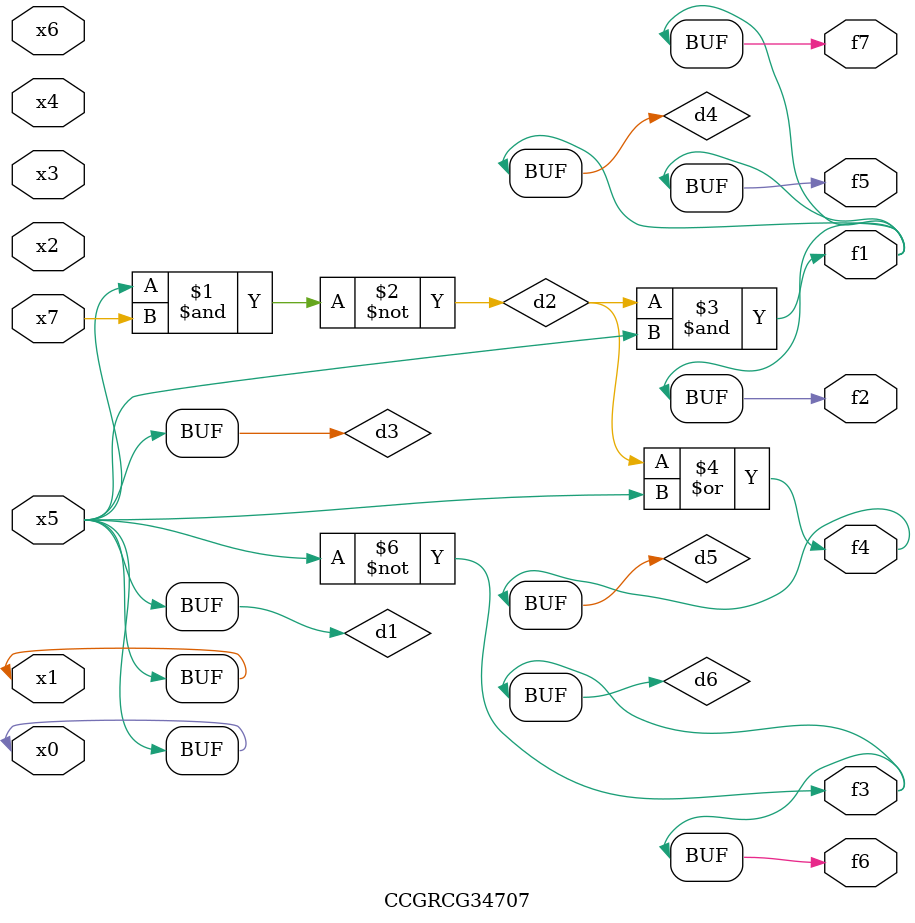
<source format=v>
module CCGRCG34707(
	input x0, x1, x2, x3, x4, x5, x6, x7,
	output f1, f2, f3, f4, f5, f6, f7
);

	wire d1, d2, d3, d4, d5, d6;

	buf (d1, x0, x5);
	nand (d2, x5, x7);
	buf (d3, x0, x1);
	and (d4, d2, d3);
	or (d5, d2, d3);
	nor (d6, d1, d3);
	assign f1 = d4;
	assign f2 = d4;
	assign f3 = d6;
	assign f4 = d5;
	assign f5 = d4;
	assign f6 = d6;
	assign f7 = d4;
endmodule

</source>
